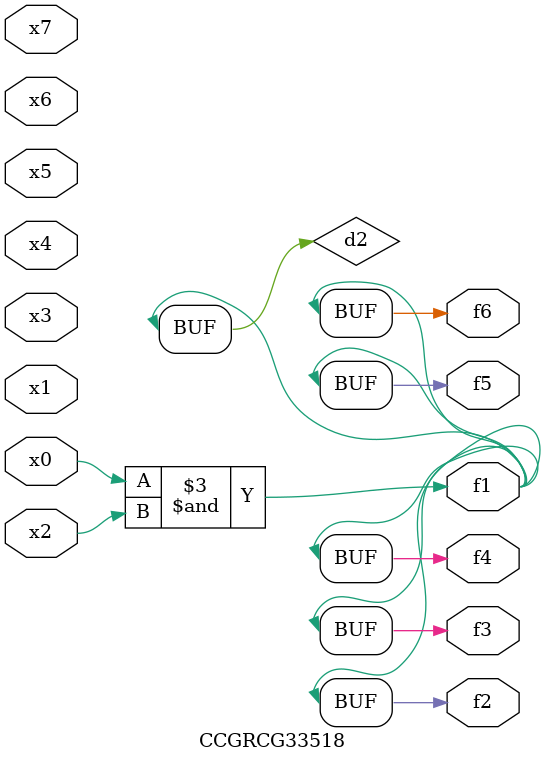
<source format=v>
module CCGRCG33518(
	input x0, x1, x2, x3, x4, x5, x6, x7,
	output f1, f2, f3, f4, f5, f6
);

	wire d1, d2;

	nor (d1, x3, x6);
	and (d2, x0, x2);
	assign f1 = d2;
	assign f2 = d2;
	assign f3 = d2;
	assign f4 = d2;
	assign f5 = d2;
	assign f6 = d2;
endmodule

</source>
